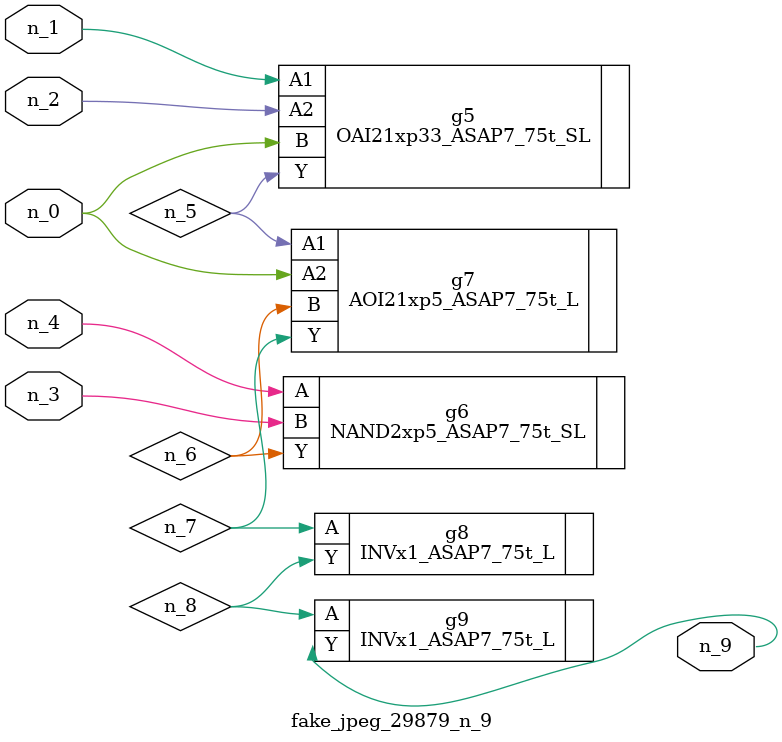
<source format=v>
module fake_jpeg_29879_n_9 (n_3, n_2, n_1, n_0, n_4, n_9);

input n_3;
input n_2;
input n_1;
input n_0;
input n_4;

output n_9;

wire n_8;
wire n_6;
wire n_5;
wire n_7;

OAI21xp33_ASAP7_75t_SL g5 ( 
.A1(n_1),
.A2(n_2),
.B(n_0),
.Y(n_5)
);

NAND2xp5_ASAP7_75t_SL g6 ( 
.A(n_4),
.B(n_3),
.Y(n_6)
);

AOI21xp5_ASAP7_75t_L g7 ( 
.A1(n_5),
.A2(n_0),
.B(n_6),
.Y(n_7)
);

INVx1_ASAP7_75t_L g8 ( 
.A(n_7),
.Y(n_8)
);

INVx1_ASAP7_75t_L g9 ( 
.A(n_8),
.Y(n_9)
);


endmodule
</source>
